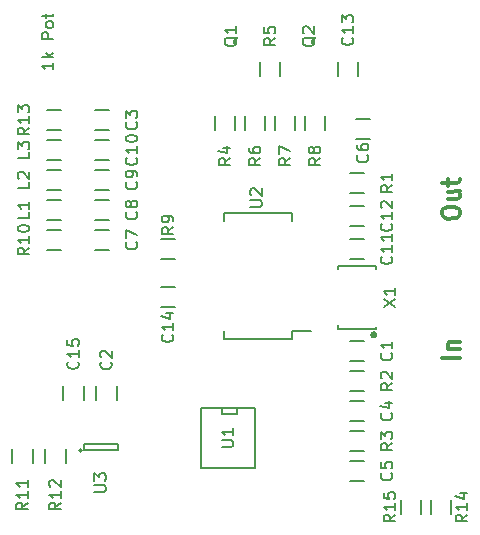
<source format=gto>
G04 #@! TF.FileFunction,Legend,Top*
%FSLAX46Y46*%
G04 Gerber Fmt 4.6, Leading zero omitted, Abs format (unit mm)*
G04 Created by KiCad (PCBNEW 4.0.0-rc2-1-stable) date Monday, January 18, 2016 'PMt' 02:37:55 PM*
%MOMM*%
G01*
G04 APERTURE LIST*
%ADD10C,0.100000*%
%ADD11C,0.300000*%
%ADD12C,0.150000*%
G04 APERTURE END LIST*
D10*
D11*
X166413571Y-118661571D02*
X164913571Y-118661571D01*
X165413571Y-117947285D02*
X166413571Y-117947285D01*
X165556429Y-117947285D02*
X165485000Y-117875857D01*
X165413571Y-117732999D01*
X165413571Y-117518714D01*
X165485000Y-117375857D01*
X165627857Y-117304428D01*
X166413571Y-117304428D01*
X164922318Y-106538704D02*
X164920323Y-106252997D01*
X164990753Y-106109644D01*
X165132609Y-105965793D01*
X165417817Y-105892372D01*
X165917805Y-105888882D01*
X166204012Y-105958313D01*
X166347863Y-106100169D01*
X166420286Y-106242525D01*
X166422281Y-106528232D01*
X166351852Y-106671584D01*
X166209996Y-106815435D01*
X165924787Y-106888857D01*
X165424799Y-106892348D01*
X165138593Y-106822915D01*
X164994742Y-106681059D01*
X164922318Y-106538704D01*
X165408842Y-104606689D02*
X166408817Y-104599707D01*
X165413329Y-105249530D02*
X166199025Y-105244045D01*
X166341380Y-105171621D01*
X166411809Y-105028268D01*
X166410313Y-104813988D01*
X166337890Y-104671633D01*
X166265964Y-104600705D01*
X165405351Y-104106701D02*
X165401362Y-103535286D01*
X164903867Y-103895911D02*
X166189551Y-103886935D01*
X166331906Y-103814511D01*
X166402335Y-103671158D01*
X166401337Y-103528304D01*
D12*
X158334000Y-118985000D02*
X157134000Y-118985000D01*
X157134000Y-117235000D02*
X158334000Y-117235000D01*
X135650000Y-122266000D02*
X135650000Y-121066000D01*
X137400000Y-121066000D02*
X137400000Y-122266000D01*
X136744000Y-99427000D02*
X135544000Y-99427000D01*
X135544000Y-97677000D02*
X136744000Y-97677000D01*
X157134000Y-122315000D02*
X158334000Y-122315000D01*
X158334000Y-124065000D02*
X157134000Y-124065000D01*
X158334000Y-129145000D02*
X157134000Y-129145000D01*
X157134000Y-127395000D02*
X158334000Y-127395000D01*
X158842000Y-100189000D02*
X157642000Y-100189000D01*
X157642000Y-98439000D02*
X158842000Y-98439000D01*
X136744000Y-109587000D02*
X135544000Y-109587000D01*
X135544000Y-107837000D02*
X136744000Y-107837000D01*
X136744000Y-107047000D02*
X135544000Y-107047000D01*
X135544000Y-105297000D02*
X136744000Y-105297000D01*
X136744000Y-104507000D02*
X135544000Y-104507000D01*
X135544000Y-102757000D02*
X136744000Y-102757000D01*
X136744000Y-101967000D02*
X135544000Y-101967000D01*
X135544000Y-100217000D02*
X136744000Y-100217000D01*
X158334000Y-110349000D02*
X157134000Y-110349000D01*
X157134000Y-108599000D02*
X158334000Y-108599000D01*
X158334000Y-107555000D02*
X157134000Y-107555000D01*
X157134000Y-105805000D02*
X158334000Y-105805000D01*
X156097000Y-94834000D02*
X156097000Y-93634000D01*
X157847000Y-93634000D02*
X157847000Y-94834000D01*
X141132000Y-112663000D02*
X142332000Y-112663000D01*
X142332000Y-114413000D02*
X141132000Y-114413000D01*
X134606000Y-121066000D02*
X134606000Y-122266000D01*
X132856000Y-122266000D02*
X132856000Y-121066000D01*
X132680000Y-107047000D02*
X131480000Y-107047000D01*
X131480000Y-105297000D02*
X132680000Y-105297000D01*
X132680000Y-104507000D02*
X131480000Y-104507000D01*
X131480000Y-102757000D02*
X132680000Y-102757000D01*
X132680000Y-101967000D02*
X131480000Y-101967000D01*
X131480000Y-100217000D02*
X132680000Y-100217000D01*
X158334000Y-104761000D02*
X157134000Y-104761000D01*
X157134000Y-103011000D02*
X158334000Y-103011000D01*
X158334000Y-121525000D02*
X157134000Y-121525000D01*
X157134000Y-119775000D02*
X158334000Y-119775000D01*
X158334000Y-126605000D02*
X157134000Y-126605000D01*
X157134000Y-124855000D02*
X158334000Y-124855000D01*
X145683000Y-99406000D02*
X145683000Y-98206000D01*
X147433000Y-98206000D02*
X147433000Y-99406000D01*
X149493000Y-94834000D02*
X149493000Y-93634000D01*
X151243000Y-93634000D02*
X151243000Y-94834000D01*
X148223000Y-99406000D02*
X148223000Y-98206000D01*
X149973000Y-98206000D02*
X149973000Y-99406000D01*
X150763000Y-99406000D02*
X150763000Y-98206000D01*
X152513000Y-98206000D02*
X152513000Y-99406000D01*
X153303000Y-99406000D02*
X153303000Y-98206000D01*
X155053000Y-98206000D02*
X155053000Y-99406000D01*
X141132000Y-108599000D02*
X142332000Y-108599000D01*
X142332000Y-110349000D02*
X141132000Y-110349000D01*
X131480000Y-107837000D02*
X132680000Y-107837000D01*
X132680000Y-109587000D02*
X131480000Y-109587000D01*
X130288000Y-126400000D02*
X130288000Y-127600000D01*
X128538000Y-127600000D02*
X128538000Y-126400000D01*
X131332000Y-127600000D02*
X131332000Y-126400000D01*
X133082000Y-126400000D02*
X133082000Y-127600000D01*
X131480000Y-97677000D02*
X132680000Y-97677000D01*
X132680000Y-99427000D02*
X131480000Y-99427000D01*
X163971000Y-131918000D02*
X163971000Y-130718000D01*
X165721000Y-130718000D02*
X165721000Y-131918000D01*
X161431000Y-131918000D02*
X161431000Y-130718000D01*
X163181000Y-130718000D02*
X163181000Y-131918000D01*
X149098000Y-122936000D02*
X149098000Y-128016000D01*
X149098000Y-128016000D02*
X144526000Y-128016000D01*
X144526000Y-128016000D02*
X144526000Y-122936000D01*
X144526000Y-122936000D02*
X149098000Y-122936000D01*
X147574000Y-122936000D02*
X147574000Y-123444000D01*
X147574000Y-123444000D02*
X146304000Y-123444000D01*
X146304000Y-123444000D02*
X146304000Y-122936000D01*
X152227000Y-117085000D02*
X152227000Y-116435000D01*
X146477000Y-117085000D02*
X146477000Y-116435000D01*
X146477000Y-106435000D02*
X146477000Y-107085000D01*
X152227000Y-106435000D02*
X152227000Y-107085000D01*
X152227000Y-117085000D02*
X146477000Y-117085000D01*
X152227000Y-106435000D02*
X146477000Y-106435000D01*
X152227000Y-116435000D02*
X153827000Y-116435000D01*
X134417000Y-126538000D02*
G75*
G03X134417000Y-126538000I-100000J0D01*
G01*
X134567000Y-125988000D02*
X134567000Y-126488000D01*
X137467000Y-125988000D02*
X134567000Y-125988000D01*
X137467000Y-126488000D02*
X137467000Y-125988000D01*
X134567000Y-126488000D02*
X137467000Y-126488000D01*
X159234000Y-116738000D02*
X159034000Y-116738000D01*
X159234000Y-116738000D02*
G75*
G03X159234000Y-116738000I-100000J0D01*
G01*
X159275421Y-116738000D02*
G75*
G03X159275421Y-116738000I-141421J0D01*
G01*
X159357607Y-116738000D02*
G75*
G03X159357607Y-116738000I-223607J0D01*
G01*
X159334000Y-111038000D02*
X159334000Y-111138000D01*
X159334000Y-111038000D02*
X159334000Y-110938000D01*
X159334000Y-110938000D02*
X159234000Y-110938000D01*
X156134000Y-111138000D02*
X156134000Y-110938000D01*
X156134000Y-110938000D02*
X159234000Y-110938000D01*
X156134000Y-115938000D02*
X156134000Y-116238000D01*
X156134000Y-116238000D02*
X159334000Y-116238000D01*
X159334000Y-116238000D02*
X159334000Y-116038000D01*
X160631143Y-118276666D02*
X160678762Y-118324285D01*
X160726381Y-118467142D01*
X160726381Y-118562380D01*
X160678762Y-118705238D01*
X160583524Y-118800476D01*
X160488286Y-118848095D01*
X160297810Y-118895714D01*
X160154952Y-118895714D01*
X159964476Y-118848095D01*
X159869238Y-118800476D01*
X159774000Y-118705238D01*
X159726381Y-118562380D01*
X159726381Y-118467142D01*
X159774000Y-118324285D01*
X159821619Y-118276666D01*
X160726381Y-117324285D02*
X160726381Y-117895714D01*
X160726381Y-117610000D02*
X159726381Y-117610000D01*
X159869238Y-117705238D01*
X159964476Y-117800476D01*
X160012095Y-117895714D01*
X136882143Y-119038666D02*
X136929762Y-119086285D01*
X136977381Y-119229142D01*
X136977381Y-119324380D01*
X136929762Y-119467238D01*
X136834524Y-119562476D01*
X136739286Y-119610095D01*
X136548810Y-119657714D01*
X136405952Y-119657714D01*
X136215476Y-119610095D01*
X136120238Y-119562476D01*
X136025000Y-119467238D01*
X135977381Y-119324380D01*
X135977381Y-119229142D01*
X136025000Y-119086285D01*
X136072619Y-119038666D01*
X136072619Y-118657714D02*
X136025000Y-118610095D01*
X135977381Y-118514857D01*
X135977381Y-118276761D01*
X136025000Y-118181523D01*
X136072619Y-118133904D01*
X136167857Y-118086285D01*
X136263095Y-118086285D01*
X136405952Y-118133904D01*
X136977381Y-118705333D01*
X136977381Y-118086285D01*
X139041143Y-98718666D02*
X139088762Y-98766285D01*
X139136381Y-98909142D01*
X139136381Y-99004380D01*
X139088762Y-99147238D01*
X138993524Y-99242476D01*
X138898286Y-99290095D01*
X138707810Y-99337714D01*
X138564952Y-99337714D01*
X138374476Y-99290095D01*
X138279238Y-99242476D01*
X138184000Y-99147238D01*
X138136381Y-99004380D01*
X138136381Y-98909142D01*
X138184000Y-98766285D01*
X138231619Y-98718666D01*
X138136381Y-98385333D02*
X138136381Y-97766285D01*
X138517333Y-98099619D01*
X138517333Y-97956761D01*
X138564952Y-97861523D01*
X138612571Y-97813904D01*
X138707810Y-97766285D01*
X138945905Y-97766285D01*
X139041143Y-97813904D01*
X139088762Y-97861523D01*
X139136381Y-97956761D01*
X139136381Y-98242476D01*
X139088762Y-98337714D01*
X139041143Y-98385333D01*
X160631143Y-123356666D02*
X160678762Y-123404285D01*
X160726381Y-123547142D01*
X160726381Y-123642380D01*
X160678762Y-123785238D01*
X160583524Y-123880476D01*
X160488286Y-123928095D01*
X160297810Y-123975714D01*
X160154952Y-123975714D01*
X159964476Y-123928095D01*
X159869238Y-123880476D01*
X159774000Y-123785238D01*
X159726381Y-123642380D01*
X159726381Y-123547142D01*
X159774000Y-123404285D01*
X159821619Y-123356666D01*
X160059714Y-122499523D02*
X160726381Y-122499523D01*
X159678762Y-122737619D02*
X160393048Y-122975714D01*
X160393048Y-122356666D01*
X160631143Y-128436666D02*
X160678762Y-128484285D01*
X160726381Y-128627142D01*
X160726381Y-128722380D01*
X160678762Y-128865238D01*
X160583524Y-128960476D01*
X160488286Y-129008095D01*
X160297810Y-129055714D01*
X160154952Y-129055714D01*
X159964476Y-129008095D01*
X159869238Y-128960476D01*
X159774000Y-128865238D01*
X159726381Y-128722380D01*
X159726381Y-128627142D01*
X159774000Y-128484285D01*
X159821619Y-128436666D01*
X159726381Y-127531904D02*
X159726381Y-128008095D01*
X160202571Y-128055714D01*
X160154952Y-128008095D01*
X160107333Y-127912857D01*
X160107333Y-127674761D01*
X160154952Y-127579523D01*
X160202571Y-127531904D01*
X160297810Y-127484285D01*
X160535905Y-127484285D01*
X160631143Y-127531904D01*
X160678762Y-127579523D01*
X160726381Y-127674761D01*
X160726381Y-127912857D01*
X160678762Y-128008095D01*
X160631143Y-128055714D01*
X158599143Y-101512666D02*
X158646762Y-101560285D01*
X158694381Y-101703142D01*
X158694381Y-101798380D01*
X158646762Y-101941238D01*
X158551524Y-102036476D01*
X158456286Y-102084095D01*
X158265810Y-102131714D01*
X158122952Y-102131714D01*
X157932476Y-102084095D01*
X157837238Y-102036476D01*
X157742000Y-101941238D01*
X157694381Y-101798380D01*
X157694381Y-101703142D01*
X157742000Y-101560285D01*
X157789619Y-101512666D01*
X157694381Y-100655523D02*
X157694381Y-100846000D01*
X157742000Y-100941238D01*
X157789619Y-100988857D01*
X157932476Y-101084095D01*
X158122952Y-101131714D01*
X158503905Y-101131714D01*
X158599143Y-101084095D01*
X158646762Y-101036476D01*
X158694381Y-100941238D01*
X158694381Y-100750761D01*
X158646762Y-100655523D01*
X158599143Y-100607904D01*
X158503905Y-100560285D01*
X158265810Y-100560285D01*
X158170571Y-100607904D01*
X158122952Y-100655523D01*
X158075333Y-100750761D01*
X158075333Y-100941238D01*
X158122952Y-101036476D01*
X158170571Y-101084095D01*
X158265810Y-101131714D01*
X139041143Y-108878666D02*
X139088762Y-108926285D01*
X139136381Y-109069142D01*
X139136381Y-109164380D01*
X139088762Y-109307238D01*
X138993524Y-109402476D01*
X138898286Y-109450095D01*
X138707810Y-109497714D01*
X138564952Y-109497714D01*
X138374476Y-109450095D01*
X138279238Y-109402476D01*
X138184000Y-109307238D01*
X138136381Y-109164380D01*
X138136381Y-109069142D01*
X138184000Y-108926285D01*
X138231619Y-108878666D01*
X138136381Y-108545333D02*
X138136381Y-107878666D01*
X139136381Y-108307238D01*
X139041143Y-106338666D02*
X139088762Y-106386285D01*
X139136381Y-106529142D01*
X139136381Y-106624380D01*
X139088762Y-106767238D01*
X138993524Y-106862476D01*
X138898286Y-106910095D01*
X138707810Y-106957714D01*
X138564952Y-106957714D01*
X138374476Y-106910095D01*
X138279238Y-106862476D01*
X138184000Y-106767238D01*
X138136381Y-106624380D01*
X138136381Y-106529142D01*
X138184000Y-106386285D01*
X138231619Y-106338666D01*
X138564952Y-105767238D02*
X138517333Y-105862476D01*
X138469714Y-105910095D01*
X138374476Y-105957714D01*
X138326857Y-105957714D01*
X138231619Y-105910095D01*
X138184000Y-105862476D01*
X138136381Y-105767238D01*
X138136381Y-105576761D01*
X138184000Y-105481523D01*
X138231619Y-105433904D01*
X138326857Y-105386285D01*
X138374476Y-105386285D01*
X138469714Y-105433904D01*
X138517333Y-105481523D01*
X138564952Y-105576761D01*
X138564952Y-105767238D01*
X138612571Y-105862476D01*
X138660190Y-105910095D01*
X138755429Y-105957714D01*
X138945905Y-105957714D01*
X139041143Y-105910095D01*
X139088762Y-105862476D01*
X139136381Y-105767238D01*
X139136381Y-105576761D01*
X139088762Y-105481523D01*
X139041143Y-105433904D01*
X138945905Y-105386285D01*
X138755429Y-105386285D01*
X138660190Y-105433904D01*
X138612571Y-105481523D01*
X138564952Y-105576761D01*
X139041143Y-103798666D02*
X139088762Y-103846285D01*
X139136381Y-103989142D01*
X139136381Y-104084380D01*
X139088762Y-104227238D01*
X138993524Y-104322476D01*
X138898286Y-104370095D01*
X138707810Y-104417714D01*
X138564952Y-104417714D01*
X138374476Y-104370095D01*
X138279238Y-104322476D01*
X138184000Y-104227238D01*
X138136381Y-104084380D01*
X138136381Y-103989142D01*
X138184000Y-103846285D01*
X138231619Y-103798666D01*
X139136381Y-103322476D02*
X139136381Y-103132000D01*
X139088762Y-103036761D01*
X139041143Y-102989142D01*
X138898286Y-102893904D01*
X138707810Y-102846285D01*
X138326857Y-102846285D01*
X138231619Y-102893904D01*
X138184000Y-102941523D01*
X138136381Y-103036761D01*
X138136381Y-103227238D01*
X138184000Y-103322476D01*
X138231619Y-103370095D01*
X138326857Y-103417714D01*
X138564952Y-103417714D01*
X138660190Y-103370095D01*
X138707810Y-103322476D01*
X138755429Y-103227238D01*
X138755429Y-103036761D01*
X138707810Y-102941523D01*
X138660190Y-102893904D01*
X138564952Y-102846285D01*
X139041143Y-101734857D02*
X139088762Y-101782476D01*
X139136381Y-101925333D01*
X139136381Y-102020571D01*
X139088762Y-102163429D01*
X138993524Y-102258667D01*
X138898286Y-102306286D01*
X138707810Y-102353905D01*
X138564952Y-102353905D01*
X138374476Y-102306286D01*
X138279238Y-102258667D01*
X138184000Y-102163429D01*
X138136381Y-102020571D01*
X138136381Y-101925333D01*
X138184000Y-101782476D01*
X138231619Y-101734857D01*
X139136381Y-100782476D02*
X139136381Y-101353905D01*
X139136381Y-101068191D02*
X138136381Y-101068191D01*
X138279238Y-101163429D01*
X138374476Y-101258667D01*
X138422095Y-101353905D01*
X138136381Y-100163429D02*
X138136381Y-100068190D01*
X138184000Y-99972952D01*
X138231619Y-99925333D01*
X138326857Y-99877714D01*
X138517333Y-99830095D01*
X138755429Y-99830095D01*
X138945905Y-99877714D01*
X139041143Y-99925333D01*
X139088762Y-99972952D01*
X139136381Y-100068190D01*
X139136381Y-100163429D01*
X139088762Y-100258667D01*
X139041143Y-100306286D01*
X138945905Y-100353905D01*
X138755429Y-100401524D01*
X138517333Y-100401524D01*
X138326857Y-100353905D01*
X138231619Y-100306286D01*
X138184000Y-100258667D01*
X138136381Y-100163429D01*
X160631143Y-110116857D02*
X160678762Y-110164476D01*
X160726381Y-110307333D01*
X160726381Y-110402571D01*
X160678762Y-110545429D01*
X160583524Y-110640667D01*
X160488286Y-110688286D01*
X160297810Y-110735905D01*
X160154952Y-110735905D01*
X159964476Y-110688286D01*
X159869238Y-110640667D01*
X159774000Y-110545429D01*
X159726381Y-110402571D01*
X159726381Y-110307333D01*
X159774000Y-110164476D01*
X159821619Y-110116857D01*
X160726381Y-109164476D02*
X160726381Y-109735905D01*
X160726381Y-109450191D02*
X159726381Y-109450191D01*
X159869238Y-109545429D01*
X159964476Y-109640667D01*
X160012095Y-109735905D01*
X160726381Y-108212095D02*
X160726381Y-108783524D01*
X160726381Y-108497810D02*
X159726381Y-108497810D01*
X159869238Y-108593048D01*
X159964476Y-108688286D01*
X160012095Y-108783524D01*
X160631143Y-107322857D02*
X160678762Y-107370476D01*
X160726381Y-107513333D01*
X160726381Y-107608571D01*
X160678762Y-107751429D01*
X160583524Y-107846667D01*
X160488286Y-107894286D01*
X160297810Y-107941905D01*
X160154952Y-107941905D01*
X159964476Y-107894286D01*
X159869238Y-107846667D01*
X159774000Y-107751429D01*
X159726381Y-107608571D01*
X159726381Y-107513333D01*
X159774000Y-107370476D01*
X159821619Y-107322857D01*
X160726381Y-106370476D02*
X160726381Y-106941905D01*
X160726381Y-106656191D02*
X159726381Y-106656191D01*
X159869238Y-106751429D01*
X159964476Y-106846667D01*
X160012095Y-106941905D01*
X159821619Y-105989524D02*
X159774000Y-105941905D01*
X159726381Y-105846667D01*
X159726381Y-105608571D01*
X159774000Y-105513333D01*
X159821619Y-105465714D01*
X159916857Y-105418095D01*
X160012095Y-105418095D01*
X160154952Y-105465714D01*
X160726381Y-106037143D01*
X160726381Y-105418095D01*
X157329143Y-91574857D02*
X157376762Y-91622476D01*
X157424381Y-91765333D01*
X157424381Y-91860571D01*
X157376762Y-92003429D01*
X157281524Y-92098667D01*
X157186286Y-92146286D01*
X156995810Y-92193905D01*
X156852952Y-92193905D01*
X156662476Y-92146286D01*
X156567238Y-92098667D01*
X156472000Y-92003429D01*
X156424381Y-91860571D01*
X156424381Y-91765333D01*
X156472000Y-91622476D01*
X156519619Y-91574857D01*
X157424381Y-90622476D02*
X157424381Y-91193905D01*
X157424381Y-90908191D02*
X156424381Y-90908191D01*
X156567238Y-91003429D01*
X156662476Y-91098667D01*
X156710095Y-91193905D01*
X156424381Y-90289143D02*
X156424381Y-89670095D01*
X156805333Y-90003429D01*
X156805333Y-89860571D01*
X156852952Y-89765333D01*
X156900571Y-89717714D01*
X156995810Y-89670095D01*
X157233905Y-89670095D01*
X157329143Y-89717714D01*
X157376762Y-89765333D01*
X157424381Y-89860571D01*
X157424381Y-90146286D01*
X157376762Y-90241524D01*
X157329143Y-90289143D01*
X142089143Y-116720857D02*
X142136762Y-116768476D01*
X142184381Y-116911333D01*
X142184381Y-117006571D01*
X142136762Y-117149429D01*
X142041524Y-117244667D01*
X141946286Y-117292286D01*
X141755810Y-117339905D01*
X141612952Y-117339905D01*
X141422476Y-117292286D01*
X141327238Y-117244667D01*
X141232000Y-117149429D01*
X141184381Y-117006571D01*
X141184381Y-116911333D01*
X141232000Y-116768476D01*
X141279619Y-116720857D01*
X142184381Y-115768476D02*
X142184381Y-116339905D01*
X142184381Y-116054191D02*
X141184381Y-116054191D01*
X141327238Y-116149429D01*
X141422476Y-116244667D01*
X141470095Y-116339905D01*
X141517714Y-114911333D02*
X142184381Y-114911333D01*
X141136762Y-115149429D02*
X141851048Y-115387524D01*
X141851048Y-114768476D01*
X134088143Y-119006857D02*
X134135762Y-119054476D01*
X134183381Y-119197333D01*
X134183381Y-119292571D01*
X134135762Y-119435429D01*
X134040524Y-119530667D01*
X133945286Y-119578286D01*
X133754810Y-119625905D01*
X133611952Y-119625905D01*
X133421476Y-119578286D01*
X133326238Y-119530667D01*
X133231000Y-119435429D01*
X133183381Y-119292571D01*
X133183381Y-119197333D01*
X133231000Y-119054476D01*
X133278619Y-119006857D01*
X134183381Y-118054476D02*
X134183381Y-118625905D01*
X134183381Y-118340191D02*
X133183381Y-118340191D01*
X133326238Y-118435429D01*
X133421476Y-118530667D01*
X133469095Y-118625905D01*
X133183381Y-117149714D02*
X133183381Y-117625905D01*
X133659571Y-117673524D01*
X133611952Y-117625905D01*
X133564333Y-117530667D01*
X133564333Y-117292571D01*
X133611952Y-117197333D01*
X133659571Y-117149714D01*
X133754810Y-117102095D01*
X133992905Y-117102095D01*
X134088143Y-117149714D01*
X134135762Y-117197333D01*
X134183381Y-117292571D01*
X134183381Y-117530667D01*
X134135762Y-117625905D01*
X134088143Y-117673524D01*
X129992381Y-106338666D02*
X129992381Y-106814857D01*
X128992381Y-106814857D01*
X129992381Y-105481523D02*
X129992381Y-106052952D01*
X129992381Y-105767238D02*
X128992381Y-105767238D01*
X129135238Y-105862476D01*
X129230476Y-105957714D01*
X129278095Y-106052952D01*
X129992381Y-103798666D02*
X129992381Y-104274857D01*
X128992381Y-104274857D01*
X129087619Y-103512952D02*
X129040000Y-103465333D01*
X128992381Y-103370095D01*
X128992381Y-103131999D01*
X129040000Y-103036761D01*
X129087619Y-102989142D01*
X129182857Y-102941523D01*
X129278095Y-102941523D01*
X129420952Y-102989142D01*
X129992381Y-103560571D01*
X129992381Y-102941523D01*
X129992381Y-101258666D02*
X129992381Y-101734857D01*
X128992381Y-101734857D01*
X128992381Y-101020571D02*
X128992381Y-100401523D01*
X129373333Y-100734857D01*
X129373333Y-100591999D01*
X129420952Y-100496761D01*
X129468571Y-100449142D01*
X129563810Y-100401523D01*
X129801905Y-100401523D01*
X129897143Y-100449142D01*
X129944762Y-100496761D01*
X129992381Y-100591999D01*
X129992381Y-100877714D01*
X129944762Y-100972952D01*
X129897143Y-101020571D01*
X147613619Y-91535238D02*
X147566000Y-91630476D01*
X147470762Y-91725714D01*
X147327905Y-91868571D01*
X147280286Y-91963810D01*
X147280286Y-92059048D01*
X147518381Y-92011429D02*
X147470762Y-92106667D01*
X147375524Y-92201905D01*
X147185048Y-92249524D01*
X146851714Y-92249524D01*
X146661238Y-92201905D01*
X146566000Y-92106667D01*
X146518381Y-92011429D01*
X146518381Y-91820952D01*
X146566000Y-91725714D01*
X146661238Y-91630476D01*
X146851714Y-91582857D01*
X147185048Y-91582857D01*
X147375524Y-91630476D01*
X147470762Y-91725714D01*
X147518381Y-91820952D01*
X147518381Y-92011429D01*
X147518381Y-90630476D02*
X147518381Y-91201905D01*
X147518381Y-90916191D02*
X146518381Y-90916191D01*
X146661238Y-91011429D01*
X146756476Y-91106667D01*
X146804095Y-91201905D01*
X154217619Y-91535238D02*
X154170000Y-91630476D01*
X154074762Y-91725714D01*
X153931905Y-91868571D01*
X153884286Y-91963810D01*
X153884286Y-92059048D01*
X154122381Y-92011429D02*
X154074762Y-92106667D01*
X153979524Y-92201905D01*
X153789048Y-92249524D01*
X153455714Y-92249524D01*
X153265238Y-92201905D01*
X153170000Y-92106667D01*
X153122381Y-92011429D01*
X153122381Y-91820952D01*
X153170000Y-91725714D01*
X153265238Y-91630476D01*
X153455714Y-91582857D01*
X153789048Y-91582857D01*
X153979524Y-91630476D01*
X154074762Y-91725714D01*
X154122381Y-91820952D01*
X154122381Y-92011429D01*
X153217619Y-91201905D02*
X153170000Y-91154286D01*
X153122381Y-91059048D01*
X153122381Y-90820952D01*
X153170000Y-90725714D01*
X153217619Y-90678095D01*
X153312857Y-90630476D01*
X153408095Y-90630476D01*
X153550952Y-90678095D01*
X154122381Y-91249524D01*
X154122381Y-90630476D01*
X160726381Y-104052666D02*
X160250190Y-104386000D01*
X160726381Y-104624095D02*
X159726381Y-104624095D01*
X159726381Y-104243142D01*
X159774000Y-104147904D01*
X159821619Y-104100285D01*
X159916857Y-104052666D01*
X160059714Y-104052666D01*
X160154952Y-104100285D01*
X160202571Y-104147904D01*
X160250190Y-104243142D01*
X160250190Y-104624095D01*
X160726381Y-103100285D02*
X160726381Y-103671714D01*
X160726381Y-103386000D02*
X159726381Y-103386000D01*
X159869238Y-103481238D01*
X159964476Y-103576476D01*
X160012095Y-103671714D01*
X160726381Y-120816666D02*
X160250190Y-121150000D01*
X160726381Y-121388095D02*
X159726381Y-121388095D01*
X159726381Y-121007142D01*
X159774000Y-120911904D01*
X159821619Y-120864285D01*
X159916857Y-120816666D01*
X160059714Y-120816666D01*
X160154952Y-120864285D01*
X160202571Y-120911904D01*
X160250190Y-121007142D01*
X160250190Y-121388095D01*
X159821619Y-120435714D02*
X159774000Y-120388095D01*
X159726381Y-120292857D01*
X159726381Y-120054761D01*
X159774000Y-119959523D01*
X159821619Y-119911904D01*
X159916857Y-119864285D01*
X160012095Y-119864285D01*
X160154952Y-119911904D01*
X160726381Y-120483333D01*
X160726381Y-119864285D01*
X160726381Y-125896666D02*
X160250190Y-126230000D01*
X160726381Y-126468095D02*
X159726381Y-126468095D01*
X159726381Y-126087142D01*
X159774000Y-125991904D01*
X159821619Y-125944285D01*
X159916857Y-125896666D01*
X160059714Y-125896666D01*
X160154952Y-125944285D01*
X160202571Y-125991904D01*
X160250190Y-126087142D01*
X160250190Y-126468095D01*
X159726381Y-125563333D02*
X159726381Y-124944285D01*
X160107333Y-125277619D01*
X160107333Y-125134761D01*
X160154952Y-125039523D01*
X160202571Y-124991904D01*
X160297810Y-124944285D01*
X160535905Y-124944285D01*
X160631143Y-124991904D01*
X160678762Y-125039523D01*
X160726381Y-125134761D01*
X160726381Y-125420476D01*
X160678762Y-125515714D01*
X160631143Y-125563333D01*
X147010381Y-101766666D02*
X146534190Y-102100000D01*
X147010381Y-102338095D02*
X146010381Y-102338095D01*
X146010381Y-101957142D01*
X146058000Y-101861904D01*
X146105619Y-101814285D01*
X146200857Y-101766666D01*
X146343714Y-101766666D01*
X146438952Y-101814285D01*
X146486571Y-101861904D01*
X146534190Y-101957142D01*
X146534190Y-102338095D01*
X146343714Y-100909523D02*
X147010381Y-100909523D01*
X145962762Y-101147619D02*
X146677048Y-101385714D01*
X146677048Y-100766666D01*
X150820381Y-91606666D02*
X150344190Y-91940000D01*
X150820381Y-92178095D02*
X149820381Y-92178095D01*
X149820381Y-91797142D01*
X149868000Y-91701904D01*
X149915619Y-91654285D01*
X150010857Y-91606666D01*
X150153714Y-91606666D01*
X150248952Y-91654285D01*
X150296571Y-91701904D01*
X150344190Y-91797142D01*
X150344190Y-92178095D01*
X149820381Y-90701904D02*
X149820381Y-91178095D01*
X150296571Y-91225714D01*
X150248952Y-91178095D01*
X150201333Y-91082857D01*
X150201333Y-90844761D01*
X150248952Y-90749523D01*
X150296571Y-90701904D01*
X150391810Y-90654285D01*
X150629905Y-90654285D01*
X150725143Y-90701904D01*
X150772762Y-90749523D01*
X150820381Y-90844761D01*
X150820381Y-91082857D01*
X150772762Y-91178095D01*
X150725143Y-91225714D01*
X149550381Y-101766666D02*
X149074190Y-102100000D01*
X149550381Y-102338095D02*
X148550381Y-102338095D01*
X148550381Y-101957142D01*
X148598000Y-101861904D01*
X148645619Y-101814285D01*
X148740857Y-101766666D01*
X148883714Y-101766666D01*
X148978952Y-101814285D01*
X149026571Y-101861904D01*
X149074190Y-101957142D01*
X149074190Y-102338095D01*
X148550381Y-100909523D02*
X148550381Y-101100000D01*
X148598000Y-101195238D01*
X148645619Y-101242857D01*
X148788476Y-101338095D01*
X148978952Y-101385714D01*
X149359905Y-101385714D01*
X149455143Y-101338095D01*
X149502762Y-101290476D01*
X149550381Y-101195238D01*
X149550381Y-101004761D01*
X149502762Y-100909523D01*
X149455143Y-100861904D01*
X149359905Y-100814285D01*
X149121810Y-100814285D01*
X149026571Y-100861904D01*
X148978952Y-100909523D01*
X148931333Y-101004761D01*
X148931333Y-101195238D01*
X148978952Y-101290476D01*
X149026571Y-101338095D01*
X149121810Y-101385714D01*
X152090381Y-101766666D02*
X151614190Y-102100000D01*
X152090381Y-102338095D02*
X151090381Y-102338095D01*
X151090381Y-101957142D01*
X151138000Y-101861904D01*
X151185619Y-101814285D01*
X151280857Y-101766666D01*
X151423714Y-101766666D01*
X151518952Y-101814285D01*
X151566571Y-101861904D01*
X151614190Y-101957142D01*
X151614190Y-102338095D01*
X151090381Y-101433333D02*
X151090381Y-100766666D01*
X152090381Y-101195238D01*
X154630381Y-101766666D02*
X154154190Y-102100000D01*
X154630381Y-102338095D02*
X153630381Y-102338095D01*
X153630381Y-101957142D01*
X153678000Y-101861904D01*
X153725619Y-101814285D01*
X153820857Y-101766666D01*
X153963714Y-101766666D01*
X154058952Y-101814285D01*
X154106571Y-101861904D01*
X154154190Y-101957142D01*
X154154190Y-102338095D01*
X154058952Y-101195238D02*
X154011333Y-101290476D01*
X153963714Y-101338095D01*
X153868476Y-101385714D01*
X153820857Y-101385714D01*
X153725619Y-101338095D01*
X153678000Y-101290476D01*
X153630381Y-101195238D01*
X153630381Y-101004761D01*
X153678000Y-100909523D01*
X153725619Y-100861904D01*
X153820857Y-100814285D01*
X153868476Y-100814285D01*
X153963714Y-100861904D01*
X154011333Y-100909523D01*
X154058952Y-101004761D01*
X154058952Y-101195238D01*
X154106571Y-101290476D01*
X154154190Y-101338095D01*
X154249429Y-101385714D01*
X154439905Y-101385714D01*
X154535143Y-101338095D01*
X154582762Y-101290476D01*
X154630381Y-101195238D01*
X154630381Y-101004761D01*
X154582762Y-100909523D01*
X154535143Y-100861904D01*
X154439905Y-100814285D01*
X154249429Y-100814285D01*
X154154190Y-100861904D01*
X154106571Y-100909523D01*
X154058952Y-101004761D01*
X142184381Y-107608666D02*
X141708190Y-107942000D01*
X142184381Y-108180095D02*
X141184381Y-108180095D01*
X141184381Y-107799142D01*
X141232000Y-107703904D01*
X141279619Y-107656285D01*
X141374857Y-107608666D01*
X141517714Y-107608666D01*
X141612952Y-107656285D01*
X141660571Y-107703904D01*
X141708190Y-107799142D01*
X141708190Y-108180095D01*
X142184381Y-107132476D02*
X142184381Y-106942000D01*
X142136762Y-106846761D01*
X142089143Y-106799142D01*
X141946286Y-106703904D01*
X141755810Y-106656285D01*
X141374857Y-106656285D01*
X141279619Y-106703904D01*
X141232000Y-106751523D01*
X141184381Y-106846761D01*
X141184381Y-107037238D01*
X141232000Y-107132476D01*
X141279619Y-107180095D01*
X141374857Y-107227714D01*
X141612952Y-107227714D01*
X141708190Y-107180095D01*
X141755810Y-107132476D01*
X141803429Y-107037238D01*
X141803429Y-106846761D01*
X141755810Y-106751523D01*
X141708190Y-106703904D01*
X141612952Y-106656285D01*
X129992381Y-109354857D02*
X129516190Y-109688191D01*
X129992381Y-109926286D02*
X128992381Y-109926286D01*
X128992381Y-109545333D01*
X129040000Y-109450095D01*
X129087619Y-109402476D01*
X129182857Y-109354857D01*
X129325714Y-109354857D01*
X129420952Y-109402476D01*
X129468571Y-109450095D01*
X129516190Y-109545333D01*
X129516190Y-109926286D01*
X129992381Y-108402476D02*
X129992381Y-108973905D01*
X129992381Y-108688191D02*
X128992381Y-108688191D01*
X129135238Y-108783429D01*
X129230476Y-108878667D01*
X129278095Y-108973905D01*
X128992381Y-107783429D02*
X128992381Y-107688190D01*
X129040000Y-107592952D01*
X129087619Y-107545333D01*
X129182857Y-107497714D01*
X129373333Y-107450095D01*
X129611429Y-107450095D01*
X129801905Y-107497714D01*
X129897143Y-107545333D01*
X129944762Y-107592952D01*
X129992381Y-107688190D01*
X129992381Y-107783429D01*
X129944762Y-107878667D01*
X129897143Y-107926286D01*
X129801905Y-107973905D01*
X129611429Y-108021524D01*
X129373333Y-108021524D01*
X129182857Y-107973905D01*
X129087619Y-107926286D01*
X129040000Y-107878667D01*
X128992381Y-107783429D01*
X129865381Y-130944857D02*
X129389190Y-131278191D01*
X129865381Y-131516286D02*
X128865381Y-131516286D01*
X128865381Y-131135333D01*
X128913000Y-131040095D01*
X128960619Y-130992476D01*
X129055857Y-130944857D01*
X129198714Y-130944857D01*
X129293952Y-130992476D01*
X129341571Y-131040095D01*
X129389190Y-131135333D01*
X129389190Y-131516286D01*
X129865381Y-129992476D02*
X129865381Y-130563905D01*
X129865381Y-130278191D02*
X128865381Y-130278191D01*
X129008238Y-130373429D01*
X129103476Y-130468667D01*
X129151095Y-130563905D01*
X129865381Y-129040095D02*
X129865381Y-129611524D01*
X129865381Y-129325810D02*
X128865381Y-129325810D01*
X129008238Y-129421048D01*
X129103476Y-129516286D01*
X129151095Y-129611524D01*
X132659381Y-130944857D02*
X132183190Y-131278191D01*
X132659381Y-131516286D02*
X131659381Y-131516286D01*
X131659381Y-131135333D01*
X131707000Y-131040095D01*
X131754619Y-130992476D01*
X131849857Y-130944857D01*
X131992714Y-130944857D01*
X132087952Y-130992476D01*
X132135571Y-131040095D01*
X132183190Y-131135333D01*
X132183190Y-131516286D01*
X132659381Y-129992476D02*
X132659381Y-130563905D01*
X132659381Y-130278191D02*
X131659381Y-130278191D01*
X131802238Y-130373429D01*
X131897476Y-130468667D01*
X131945095Y-130563905D01*
X131754619Y-129611524D02*
X131707000Y-129563905D01*
X131659381Y-129468667D01*
X131659381Y-129230571D01*
X131707000Y-129135333D01*
X131754619Y-129087714D01*
X131849857Y-129040095D01*
X131945095Y-129040095D01*
X132087952Y-129087714D01*
X132659381Y-129659143D01*
X132659381Y-129040095D01*
X129992381Y-99194857D02*
X129516190Y-99528191D01*
X129992381Y-99766286D02*
X128992381Y-99766286D01*
X128992381Y-99385333D01*
X129040000Y-99290095D01*
X129087619Y-99242476D01*
X129182857Y-99194857D01*
X129325714Y-99194857D01*
X129420952Y-99242476D01*
X129468571Y-99290095D01*
X129516190Y-99385333D01*
X129516190Y-99766286D01*
X129992381Y-98242476D02*
X129992381Y-98813905D01*
X129992381Y-98528191D02*
X128992381Y-98528191D01*
X129135238Y-98623429D01*
X129230476Y-98718667D01*
X129278095Y-98813905D01*
X128992381Y-97909143D02*
X128992381Y-97290095D01*
X129373333Y-97623429D01*
X129373333Y-97480571D01*
X129420952Y-97385333D01*
X129468571Y-97337714D01*
X129563810Y-97290095D01*
X129801905Y-97290095D01*
X129897143Y-97337714D01*
X129944762Y-97385333D01*
X129992381Y-97480571D01*
X129992381Y-97766286D01*
X129944762Y-97861524D01*
X129897143Y-97909143D01*
X167076381Y-131960857D02*
X166600190Y-132294191D01*
X167076381Y-132532286D02*
X166076381Y-132532286D01*
X166076381Y-132151333D01*
X166124000Y-132056095D01*
X166171619Y-132008476D01*
X166266857Y-131960857D01*
X166409714Y-131960857D01*
X166504952Y-132008476D01*
X166552571Y-132056095D01*
X166600190Y-132151333D01*
X166600190Y-132532286D01*
X167076381Y-131008476D02*
X167076381Y-131579905D01*
X167076381Y-131294191D02*
X166076381Y-131294191D01*
X166219238Y-131389429D01*
X166314476Y-131484667D01*
X166362095Y-131579905D01*
X166409714Y-130151333D02*
X167076381Y-130151333D01*
X166028762Y-130389429D02*
X166743048Y-130627524D01*
X166743048Y-130008476D01*
X160980381Y-131960857D02*
X160504190Y-132294191D01*
X160980381Y-132532286D02*
X159980381Y-132532286D01*
X159980381Y-132151333D01*
X160028000Y-132056095D01*
X160075619Y-132008476D01*
X160170857Y-131960857D01*
X160313714Y-131960857D01*
X160408952Y-132008476D01*
X160456571Y-132056095D01*
X160504190Y-132151333D01*
X160504190Y-132532286D01*
X160980381Y-131008476D02*
X160980381Y-131579905D01*
X160980381Y-131294191D02*
X159980381Y-131294191D01*
X160123238Y-131389429D01*
X160218476Y-131484667D01*
X160266095Y-131579905D01*
X159980381Y-130103714D02*
X159980381Y-130579905D01*
X160456571Y-130627524D01*
X160408952Y-130579905D01*
X160361333Y-130484667D01*
X160361333Y-130246571D01*
X160408952Y-130151333D01*
X160456571Y-130103714D01*
X160551810Y-130056095D01*
X160789905Y-130056095D01*
X160885143Y-130103714D01*
X160932762Y-130151333D01*
X160980381Y-130246571D01*
X160980381Y-130484667D01*
X160932762Y-130579905D01*
X160885143Y-130627524D01*
X146264381Y-126237905D02*
X147073905Y-126237905D01*
X147169143Y-126190286D01*
X147216762Y-126142667D01*
X147264381Y-126047429D01*
X147264381Y-125856952D01*
X147216762Y-125761714D01*
X147169143Y-125714095D01*
X147073905Y-125666476D01*
X146264381Y-125666476D01*
X147264381Y-124666476D02*
X147264381Y-125237905D01*
X147264381Y-124952191D02*
X146264381Y-124952191D01*
X146407238Y-125047429D01*
X146502476Y-125142667D01*
X146550095Y-125237905D01*
X148677381Y-105917905D02*
X149486905Y-105917905D01*
X149582143Y-105870286D01*
X149629762Y-105822667D01*
X149677381Y-105727429D01*
X149677381Y-105536952D01*
X149629762Y-105441714D01*
X149582143Y-105394095D01*
X149486905Y-105346476D01*
X148677381Y-105346476D01*
X148772619Y-104917905D02*
X148725000Y-104870286D01*
X148677381Y-104775048D01*
X148677381Y-104536952D01*
X148725000Y-104441714D01*
X148772619Y-104394095D01*
X148867857Y-104346476D01*
X148963095Y-104346476D01*
X149105952Y-104394095D01*
X149677381Y-104965524D01*
X149677381Y-104346476D01*
X135469381Y-130047905D02*
X136278905Y-130047905D01*
X136374143Y-130000286D01*
X136421762Y-129952667D01*
X136469381Y-129857429D01*
X136469381Y-129666952D01*
X136421762Y-129571714D01*
X136374143Y-129524095D01*
X136278905Y-129476476D01*
X135469381Y-129476476D01*
X135469381Y-129095524D02*
X135469381Y-128476476D01*
X135850333Y-128809810D01*
X135850333Y-128666952D01*
X135897952Y-128571714D01*
X135945571Y-128524095D01*
X136040810Y-128476476D01*
X136278905Y-128476476D01*
X136374143Y-128524095D01*
X136421762Y-128571714D01*
X136469381Y-128666952D01*
X136469381Y-128952667D01*
X136421762Y-129047905D01*
X136374143Y-129095524D01*
X159980381Y-114347524D02*
X160980381Y-113680857D01*
X159980381Y-113680857D02*
X160980381Y-114347524D01*
X160980381Y-112776095D02*
X160980381Y-113347524D01*
X160980381Y-113061810D02*
X159980381Y-113061810D01*
X160123238Y-113157048D01*
X160218476Y-113252286D01*
X160266095Y-113347524D01*
X132024381Y-93686095D02*
X132024381Y-94257524D01*
X132024381Y-93971810D02*
X131024381Y-93971810D01*
X131167238Y-94067048D01*
X131262476Y-94162286D01*
X131310095Y-94257524D01*
X132024381Y-93257524D02*
X131024381Y-93257524D01*
X131643429Y-93162286D02*
X132024381Y-92876571D01*
X131357714Y-92876571D02*
X131738667Y-93257524D01*
X132024381Y-91686095D02*
X131024381Y-91686095D01*
X131024381Y-91305142D01*
X131072000Y-91209904D01*
X131119619Y-91162285D01*
X131214857Y-91114666D01*
X131357714Y-91114666D01*
X131452952Y-91162285D01*
X131500571Y-91209904D01*
X131548190Y-91305142D01*
X131548190Y-91686095D01*
X132024381Y-90543238D02*
X131976762Y-90638476D01*
X131929143Y-90686095D01*
X131833905Y-90733714D01*
X131548190Y-90733714D01*
X131452952Y-90686095D01*
X131405333Y-90638476D01*
X131357714Y-90543238D01*
X131357714Y-90400380D01*
X131405333Y-90305142D01*
X131452952Y-90257523D01*
X131548190Y-90209904D01*
X131833905Y-90209904D01*
X131929143Y-90257523D01*
X131976762Y-90305142D01*
X132024381Y-90400380D01*
X132024381Y-90543238D01*
X131357714Y-89924190D02*
X131357714Y-89543238D01*
X131024381Y-89781333D02*
X131881524Y-89781333D01*
X131976762Y-89733714D01*
X132024381Y-89638476D01*
X132024381Y-89543238D01*
M02*

</source>
